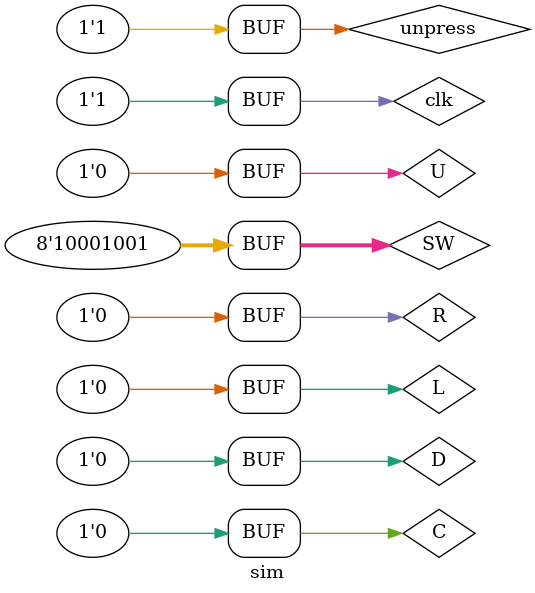
<source format=sv>
`timescale 1ns / 1ps
module sim();
    logic [7:0] SW, LED;
    logic clk, C, U, L, R, D, red, green, red2, green2, clr, pass, unpress;
    logic [1:0] digit;
    logic [4:0] state;
    // top _(clk, C, U, L, R, D, SW, LED, green, red, green2, red2);
    decoder dec(C, U, L, R, D, clr, digit);
    assign unpress = ~(C | U | L | R | D);
    lock lk(unpress, clr, digit, SW, pass, state);
    initial begin
        clk = 0;
        SW = 8'b10001001;
        C = 1; U = 0; L = 0; R = 0; D = 0; clk = 0; #5; clk = 1; #5;
        C = 0; U = 0; L = 0; R = 0; D = 0; clk = 0; #5; clk = 1; #5;

        C = 0; U = 0; L = 0; R = 1; D = 0; clk = 0; #5; clk = 1; #5;
        C = 0; U = 0; L = 0; R = 0; D = 0; clk = 0; #5; clk = 1; #5;

        C = 0; U = 1; L = 0; R = 0; D = 0; clk = 0; #5; clk = 1; #5;
        C = 0; U = 0; L = 0; R = 0; D = 0; clk = 0; #5; clk = 1; #5;

        C = 0; U = 0; L = 0; R = 1; D = 0; clk = 0; #5; clk = 1; #5;
        C = 0; U = 0; L = 0; R = 0; D = 0; clk = 0; #5; clk = 1; #5;

        C = 0; U = 0; L = 1; R = 0; D = 0; clk = 0; #5; clk = 1; #5;
        C = 0; U = 0; L = 0; R = 0; D = 0; clk = 0; #5; clk = 1; #5;

        #15;

        C = 1; U = 0; L = 0; R = 0; D = 0; clk = 0; #5; clk = 1; #5;
        C = 0; U = 0; L = 0; R = 0; D = 0; clk = 0; #5; clk = 1; #5;
    end  
endmodule

</source>
